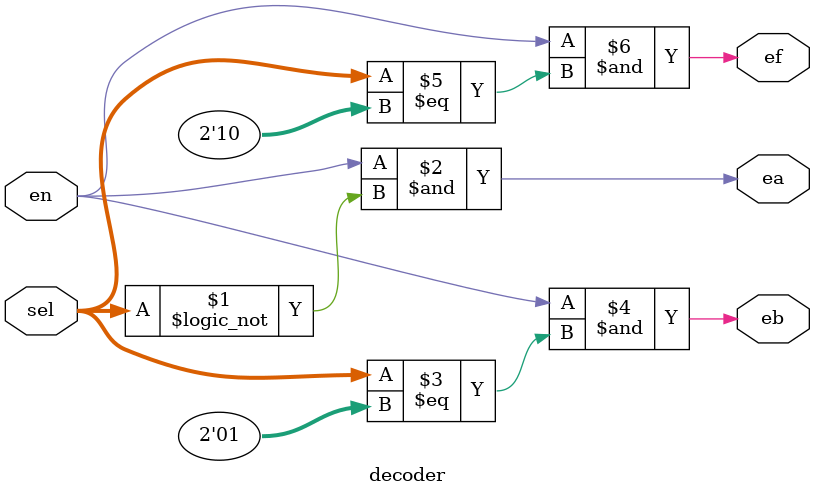
<source format=v>
module decoder(
    input en,
    input [1:0] sel,
    output ea, eb, ef
);
    assign ea = en & (sel == 2'b00); // °´ÕÕpptÉÏËùÊ¾µÄ±í¸ñ·ÖÅä¹¦ÄÜ
    assign eb = en & (sel == 2'b01);
    assign ef = en & (sel == 2'b10);
endmodule

</source>
